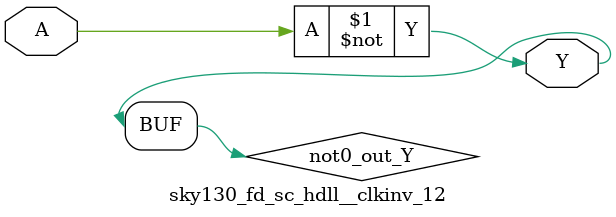
<source format=v>
/*
 * Copyright 2020 The SkyWater PDK Authors
 *
 * Licensed under the Apache License, Version 2.0 (the "License");
 * you may not use this file except in compliance with the License.
 * You may obtain a copy of the License at
 *
 *     https://www.apache.org/licenses/LICENSE-2.0
 *
 * Unless required by applicable law or agreed to in writing, software
 * distributed under the License is distributed on an "AS IS" BASIS,
 * WITHOUT WARRANTIES OR CONDITIONS OF ANY KIND, either express or implied.
 * See the License for the specific language governing permissions and
 * limitations under the License.
 *
 * SPDX-License-Identifier: Apache-2.0
*/


`ifndef SKY130_FD_SC_HDLL__CLKINV_12_FUNCTIONAL_V
`define SKY130_FD_SC_HDLL__CLKINV_12_FUNCTIONAL_V

/**
 * clkinv: Clock tree inverter.
 *
 * Verilog simulation functional model.
 */

`timescale 1ns / 1ps
`default_nettype none

`celldefine
module sky130_fd_sc_hdll__clkinv_12 (
    Y,
    A
);

    // Module ports
    output Y;
    input  A;

    // Local signals
    wire not0_out_Y;

    //  Name  Output      Other arguments
    not not0 (not0_out_Y, A              );
    buf buf0 (Y         , not0_out_Y     );

endmodule
`endcelldefine

`default_nettype wire
`endif  // SKY130_FD_SC_HDLL__CLKINV_12_FUNCTIONAL_V

</source>
